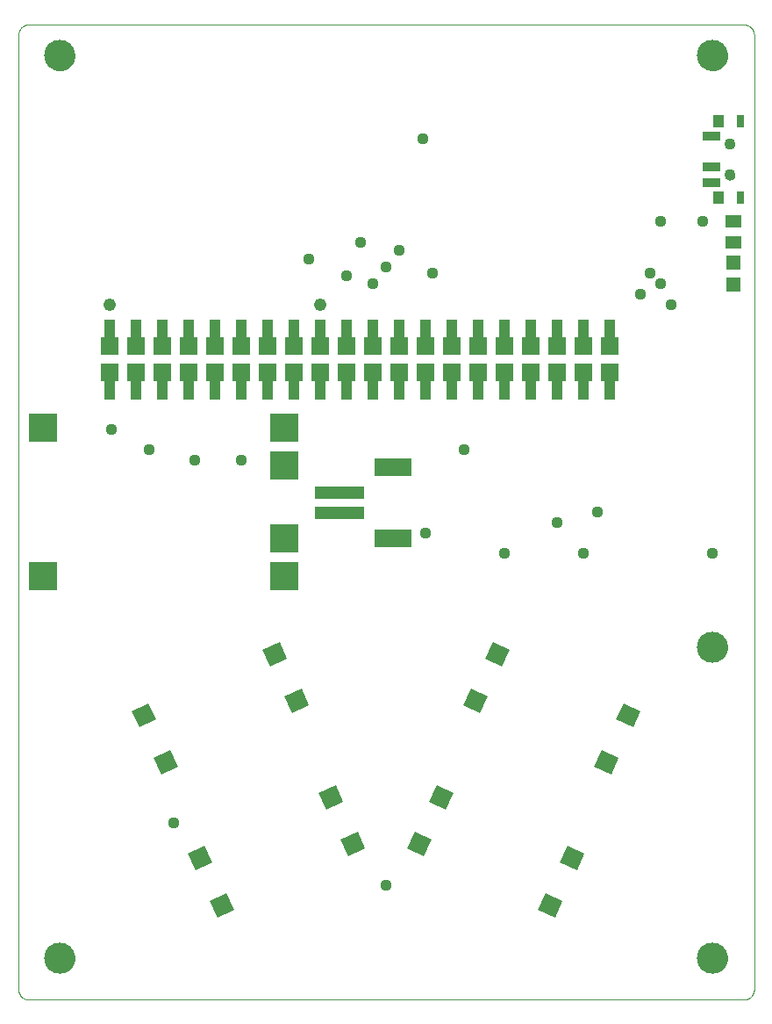
<source format=gbs>
G75*
%MOIN*%
%OFA0B0*%
%FSLAX25Y25*%
%IPPOS*%
%LPD*%
%AMOC8*
5,1,8,0,0,1.08239X$1,22.5*
%
%ADD10C,0.00000*%
%ADD11R,0.06800X0.06800*%
%ADD12R,0.04000X0.07800*%
%ADD13R,0.10800X0.10800*%
%ADD14R,0.07099X0.06902*%
%ADD15R,0.06312X0.05131*%
%ADD16R,0.05524X0.05524*%
%ADD17R,0.06706X0.03556*%
%ADD18R,0.03162X0.04737*%
%ADD19R,0.03950X0.04737*%
%ADD20C,0.04343*%
%ADD21C,0.11824*%
%ADD22R,0.18910X0.04737*%
%ADD23R,0.14186X0.07099*%
%ADD24C,0.04369*%
%ADD25C,0.04762*%
D10*
X0003248Y0005437D02*
X0003248Y0367642D01*
X0003250Y0367766D01*
X0003256Y0367889D01*
X0003265Y0368013D01*
X0003279Y0368135D01*
X0003296Y0368258D01*
X0003318Y0368380D01*
X0003343Y0368501D01*
X0003372Y0368621D01*
X0003404Y0368740D01*
X0003441Y0368859D01*
X0003481Y0368976D01*
X0003524Y0369091D01*
X0003572Y0369206D01*
X0003623Y0369318D01*
X0003677Y0369429D01*
X0003735Y0369539D01*
X0003796Y0369646D01*
X0003861Y0369752D01*
X0003929Y0369855D01*
X0004000Y0369956D01*
X0004074Y0370055D01*
X0004151Y0370152D01*
X0004232Y0370246D01*
X0004315Y0370337D01*
X0004401Y0370426D01*
X0004490Y0370512D01*
X0004581Y0370595D01*
X0004675Y0370676D01*
X0004772Y0370753D01*
X0004871Y0370827D01*
X0004972Y0370898D01*
X0005075Y0370966D01*
X0005181Y0371031D01*
X0005288Y0371092D01*
X0005398Y0371150D01*
X0005509Y0371204D01*
X0005621Y0371255D01*
X0005736Y0371303D01*
X0005851Y0371346D01*
X0005968Y0371386D01*
X0006087Y0371423D01*
X0006206Y0371455D01*
X0006326Y0371484D01*
X0006447Y0371509D01*
X0006569Y0371531D01*
X0006692Y0371548D01*
X0006814Y0371562D01*
X0006938Y0371571D01*
X0007061Y0371577D01*
X0007185Y0371579D01*
X0278839Y0371579D01*
X0278963Y0371577D01*
X0279086Y0371571D01*
X0279210Y0371562D01*
X0279332Y0371548D01*
X0279455Y0371531D01*
X0279577Y0371509D01*
X0279698Y0371484D01*
X0279818Y0371455D01*
X0279937Y0371423D01*
X0280056Y0371386D01*
X0280173Y0371346D01*
X0280288Y0371303D01*
X0280403Y0371255D01*
X0280515Y0371204D01*
X0280626Y0371150D01*
X0280736Y0371092D01*
X0280843Y0371031D01*
X0280949Y0370966D01*
X0281052Y0370898D01*
X0281153Y0370827D01*
X0281252Y0370753D01*
X0281349Y0370676D01*
X0281443Y0370595D01*
X0281534Y0370512D01*
X0281623Y0370426D01*
X0281709Y0370337D01*
X0281792Y0370246D01*
X0281873Y0370152D01*
X0281950Y0370055D01*
X0282024Y0369956D01*
X0282095Y0369855D01*
X0282163Y0369752D01*
X0282228Y0369646D01*
X0282289Y0369539D01*
X0282347Y0369429D01*
X0282401Y0369318D01*
X0282452Y0369206D01*
X0282500Y0369091D01*
X0282543Y0368976D01*
X0282583Y0368859D01*
X0282620Y0368740D01*
X0282652Y0368621D01*
X0282681Y0368501D01*
X0282706Y0368380D01*
X0282728Y0368258D01*
X0282745Y0368135D01*
X0282759Y0368013D01*
X0282768Y0367889D01*
X0282774Y0367766D01*
X0282776Y0367642D01*
X0282776Y0005437D01*
X0282774Y0005313D01*
X0282768Y0005190D01*
X0282759Y0005066D01*
X0282745Y0004944D01*
X0282728Y0004821D01*
X0282706Y0004699D01*
X0282681Y0004578D01*
X0282652Y0004458D01*
X0282620Y0004339D01*
X0282583Y0004220D01*
X0282543Y0004103D01*
X0282500Y0003988D01*
X0282452Y0003873D01*
X0282401Y0003761D01*
X0282347Y0003650D01*
X0282289Y0003540D01*
X0282228Y0003433D01*
X0282163Y0003327D01*
X0282095Y0003224D01*
X0282024Y0003123D01*
X0281950Y0003024D01*
X0281873Y0002927D01*
X0281792Y0002833D01*
X0281709Y0002742D01*
X0281623Y0002653D01*
X0281534Y0002567D01*
X0281443Y0002484D01*
X0281349Y0002403D01*
X0281252Y0002326D01*
X0281153Y0002252D01*
X0281052Y0002181D01*
X0280949Y0002113D01*
X0280843Y0002048D01*
X0280736Y0001987D01*
X0280626Y0001929D01*
X0280515Y0001875D01*
X0280403Y0001824D01*
X0280288Y0001776D01*
X0280173Y0001733D01*
X0280056Y0001693D01*
X0279937Y0001656D01*
X0279818Y0001624D01*
X0279698Y0001595D01*
X0279577Y0001570D01*
X0279455Y0001548D01*
X0279332Y0001531D01*
X0279210Y0001517D01*
X0279086Y0001508D01*
X0278963Y0001502D01*
X0278839Y0001500D01*
X0007185Y0001500D01*
X0007061Y0001502D01*
X0006938Y0001508D01*
X0006814Y0001517D01*
X0006692Y0001531D01*
X0006569Y0001548D01*
X0006447Y0001570D01*
X0006326Y0001595D01*
X0006206Y0001624D01*
X0006087Y0001656D01*
X0005968Y0001693D01*
X0005851Y0001733D01*
X0005736Y0001776D01*
X0005621Y0001824D01*
X0005509Y0001875D01*
X0005398Y0001929D01*
X0005288Y0001987D01*
X0005181Y0002048D01*
X0005075Y0002113D01*
X0004972Y0002181D01*
X0004871Y0002252D01*
X0004772Y0002326D01*
X0004675Y0002403D01*
X0004581Y0002484D01*
X0004490Y0002567D01*
X0004401Y0002653D01*
X0004315Y0002742D01*
X0004232Y0002833D01*
X0004151Y0002927D01*
X0004074Y0003024D01*
X0004000Y0003123D01*
X0003929Y0003224D01*
X0003861Y0003327D01*
X0003796Y0003433D01*
X0003735Y0003540D01*
X0003677Y0003650D01*
X0003623Y0003761D01*
X0003572Y0003873D01*
X0003524Y0003988D01*
X0003481Y0004103D01*
X0003441Y0004220D01*
X0003404Y0004339D01*
X0003372Y0004458D01*
X0003343Y0004578D01*
X0003318Y0004699D01*
X0003296Y0004821D01*
X0003279Y0004944D01*
X0003265Y0005066D01*
X0003256Y0005190D01*
X0003250Y0005313D01*
X0003248Y0005437D01*
X0013484Y0017248D02*
X0013486Y0017396D01*
X0013492Y0017544D01*
X0013502Y0017692D01*
X0013516Y0017839D01*
X0013534Y0017986D01*
X0013555Y0018132D01*
X0013581Y0018278D01*
X0013611Y0018423D01*
X0013644Y0018567D01*
X0013682Y0018710D01*
X0013723Y0018852D01*
X0013768Y0018993D01*
X0013816Y0019133D01*
X0013869Y0019272D01*
X0013925Y0019409D01*
X0013985Y0019544D01*
X0014048Y0019678D01*
X0014115Y0019810D01*
X0014186Y0019940D01*
X0014260Y0020068D01*
X0014337Y0020194D01*
X0014418Y0020318D01*
X0014502Y0020440D01*
X0014589Y0020559D01*
X0014680Y0020676D01*
X0014774Y0020791D01*
X0014870Y0020903D01*
X0014970Y0021013D01*
X0015072Y0021119D01*
X0015178Y0021223D01*
X0015286Y0021324D01*
X0015397Y0021422D01*
X0015510Y0021518D01*
X0015626Y0021610D01*
X0015744Y0021699D01*
X0015865Y0021784D01*
X0015988Y0021867D01*
X0016113Y0021946D01*
X0016240Y0022022D01*
X0016369Y0022094D01*
X0016500Y0022163D01*
X0016633Y0022228D01*
X0016768Y0022289D01*
X0016904Y0022347D01*
X0017041Y0022402D01*
X0017180Y0022452D01*
X0017321Y0022499D01*
X0017462Y0022542D01*
X0017605Y0022582D01*
X0017749Y0022617D01*
X0017893Y0022649D01*
X0018039Y0022676D01*
X0018185Y0022700D01*
X0018332Y0022720D01*
X0018479Y0022736D01*
X0018626Y0022748D01*
X0018774Y0022756D01*
X0018922Y0022760D01*
X0019070Y0022760D01*
X0019218Y0022756D01*
X0019366Y0022748D01*
X0019513Y0022736D01*
X0019660Y0022720D01*
X0019807Y0022700D01*
X0019953Y0022676D01*
X0020099Y0022649D01*
X0020243Y0022617D01*
X0020387Y0022582D01*
X0020530Y0022542D01*
X0020671Y0022499D01*
X0020812Y0022452D01*
X0020951Y0022402D01*
X0021088Y0022347D01*
X0021224Y0022289D01*
X0021359Y0022228D01*
X0021492Y0022163D01*
X0021623Y0022094D01*
X0021752Y0022022D01*
X0021879Y0021946D01*
X0022004Y0021867D01*
X0022127Y0021784D01*
X0022248Y0021699D01*
X0022366Y0021610D01*
X0022482Y0021518D01*
X0022595Y0021422D01*
X0022706Y0021324D01*
X0022814Y0021223D01*
X0022920Y0021119D01*
X0023022Y0021013D01*
X0023122Y0020903D01*
X0023218Y0020791D01*
X0023312Y0020676D01*
X0023403Y0020559D01*
X0023490Y0020440D01*
X0023574Y0020318D01*
X0023655Y0020194D01*
X0023732Y0020068D01*
X0023806Y0019940D01*
X0023877Y0019810D01*
X0023944Y0019678D01*
X0024007Y0019544D01*
X0024067Y0019409D01*
X0024123Y0019272D01*
X0024176Y0019133D01*
X0024224Y0018993D01*
X0024269Y0018852D01*
X0024310Y0018710D01*
X0024348Y0018567D01*
X0024381Y0018423D01*
X0024411Y0018278D01*
X0024437Y0018132D01*
X0024458Y0017986D01*
X0024476Y0017839D01*
X0024490Y0017692D01*
X0024500Y0017544D01*
X0024506Y0017396D01*
X0024508Y0017248D01*
X0024506Y0017100D01*
X0024500Y0016952D01*
X0024490Y0016804D01*
X0024476Y0016657D01*
X0024458Y0016510D01*
X0024437Y0016364D01*
X0024411Y0016218D01*
X0024381Y0016073D01*
X0024348Y0015929D01*
X0024310Y0015786D01*
X0024269Y0015644D01*
X0024224Y0015503D01*
X0024176Y0015363D01*
X0024123Y0015224D01*
X0024067Y0015087D01*
X0024007Y0014952D01*
X0023944Y0014818D01*
X0023877Y0014686D01*
X0023806Y0014556D01*
X0023732Y0014428D01*
X0023655Y0014302D01*
X0023574Y0014178D01*
X0023490Y0014056D01*
X0023403Y0013937D01*
X0023312Y0013820D01*
X0023218Y0013705D01*
X0023122Y0013593D01*
X0023022Y0013483D01*
X0022920Y0013377D01*
X0022814Y0013273D01*
X0022706Y0013172D01*
X0022595Y0013074D01*
X0022482Y0012978D01*
X0022366Y0012886D01*
X0022248Y0012797D01*
X0022127Y0012712D01*
X0022004Y0012629D01*
X0021879Y0012550D01*
X0021752Y0012474D01*
X0021623Y0012402D01*
X0021492Y0012333D01*
X0021359Y0012268D01*
X0021224Y0012207D01*
X0021088Y0012149D01*
X0020951Y0012094D01*
X0020812Y0012044D01*
X0020671Y0011997D01*
X0020530Y0011954D01*
X0020387Y0011914D01*
X0020243Y0011879D01*
X0020099Y0011847D01*
X0019953Y0011820D01*
X0019807Y0011796D01*
X0019660Y0011776D01*
X0019513Y0011760D01*
X0019366Y0011748D01*
X0019218Y0011740D01*
X0019070Y0011736D01*
X0018922Y0011736D01*
X0018774Y0011740D01*
X0018626Y0011748D01*
X0018479Y0011760D01*
X0018332Y0011776D01*
X0018185Y0011796D01*
X0018039Y0011820D01*
X0017893Y0011847D01*
X0017749Y0011879D01*
X0017605Y0011914D01*
X0017462Y0011954D01*
X0017321Y0011997D01*
X0017180Y0012044D01*
X0017041Y0012094D01*
X0016904Y0012149D01*
X0016768Y0012207D01*
X0016633Y0012268D01*
X0016500Y0012333D01*
X0016369Y0012402D01*
X0016240Y0012474D01*
X0016113Y0012550D01*
X0015988Y0012629D01*
X0015865Y0012712D01*
X0015744Y0012797D01*
X0015626Y0012886D01*
X0015510Y0012978D01*
X0015397Y0013074D01*
X0015286Y0013172D01*
X0015178Y0013273D01*
X0015072Y0013377D01*
X0014970Y0013483D01*
X0014870Y0013593D01*
X0014774Y0013705D01*
X0014680Y0013820D01*
X0014589Y0013937D01*
X0014502Y0014056D01*
X0014418Y0014178D01*
X0014337Y0014302D01*
X0014260Y0014428D01*
X0014186Y0014556D01*
X0014115Y0014686D01*
X0014048Y0014818D01*
X0013985Y0014952D01*
X0013925Y0015087D01*
X0013869Y0015224D01*
X0013816Y0015363D01*
X0013768Y0015503D01*
X0013723Y0015644D01*
X0013682Y0015786D01*
X0013644Y0015929D01*
X0013611Y0016073D01*
X0013581Y0016218D01*
X0013555Y0016364D01*
X0013534Y0016510D01*
X0013516Y0016657D01*
X0013502Y0016804D01*
X0013492Y0016952D01*
X0013486Y0017100D01*
X0013484Y0017248D01*
X0261516Y0017248D02*
X0261518Y0017396D01*
X0261524Y0017544D01*
X0261534Y0017692D01*
X0261548Y0017839D01*
X0261566Y0017986D01*
X0261587Y0018132D01*
X0261613Y0018278D01*
X0261643Y0018423D01*
X0261676Y0018567D01*
X0261714Y0018710D01*
X0261755Y0018852D01*
X0261800Y0018993D01*
X0261848Y0019133D01*
X0261901Y0019272D01*
X0261957Y0019409D01*
X0262017Y0019544D01*
X0262080Y0019678D01*
X0262147Y0019810D01*
X0262218Y0019940D01*
X0262292Y0020068D01*
X0262369Y0020194D01*
X0262450Y0020318D01*
X0262534Y0020440D01*
X0262621Y0020559D01*
X0262712Y0020676D01*
X0262806Y0020791D01*
X0262902Y0020903D01*
X0263002Y0021013D01*
X0263104Y0021119D01*
X0263210Y0021223D01*
X0263318Y0021324D01*
X0263429Y0021422D01*
X0263542Y0021518D01*
X0263658Y0021610D01*
X0263776Y0021699D01*
X0263897Y0021784D01*
X0264020Y0021867D01*
X0264145Y0021946D01*
X0264272Y0022022D01*
X0264401Y0022094D01*
X0264532Y0022163D01*
X0264665Y0022228D01*
X0264800Y0022289D01*
X0264936Y0022347D01*
X0265073Y0022402D01*
X0265212Y0022452D01*
X0265353Y0022499D01*
X0265494Y0022542D01*
X0265637Y0022582D01*
X0265781Y0022617D01*
X0265925Y0022649D01*
X0266071Y0022676D01*
X0266217Y0022700D01*
X0266364Y0022720D01*
X0266511Y0022736D01*
X0266658Y0022748D01*
X0266806Y0022756D01*
X0266954Y0022760D01*
X0267102Y0022760D01*
X0267250Y0022756D01*
X0267398Y0022748D01*
X0267545Y0022736D01*
X0267692Y0022720D01*
X0267839Y0022700D01*
X0267985Y0022676D01*
X0268131Y0022649D01*
X0268275Y0022617D01*
X0268419Y0022582D01*
X0268562Y0022542D01*
X0268703Y0022499D01*
X0268844Y0022452D01*
X0268983Y0022402D01*
X0269120Y0022347D01*
X0269256Y0022289D01*
X0269391Y0022228D01*
X0269524Y0022163D01*
X0269655Y0022094D01*
X0269784Y0022022D01*
X0269911Y0021946D01*
X0270036Y0021867D01*
X0270159Y0021784D01*
X0270280Y0021699D01*
X0270398Y0021610D01*
X0270514Y0021518D01*
X0270627Y0021422D01*
X0270738Y0021324D01*
X0270846Y0021223D01*
X0270952Y0021119D01*
X0271054Y0021013D01*
X0271154Y0020903D01*
X0271250Y0020791D01*
X0271344Y0020676D01*
X0271435Y0020559D01*
X0271522Y0020440D01*
X0271606Y0020318D01*
X0271687Y0020194D01*
X0271764Y0020068D01*
X0271838Y0019940D01*
X0271909Y0019810D01*
X0271976Y0019678D01*
X0272039Y0019544D01*
X0272099Y0019409D01*
X0272155Y0019272D01*
X0272208Y0019133D01*
X0272256Y0018993D01*
X0272301Y0018852D01*
X0272342Y0018710D01*
X0272380Y0018567D01*
X0272413Y0018423D01*
X0272443Y0018278D01*
X0272469Y0018132D01*
X0272490Y0017986D01*
X0272508Y0017839D01*
X0272522Y0017692D01*
X0272532Y0017544D01*
X0272538Y0017396D01*
X0272540Y0017248D01*
X0272538Y0017100D01*
X0272532Y0016952D01*
X0272522Y0016804D01*
X0272508Y0016657D01*
X0272490Y0016510D01*
X0272469Y0016364D01*
X0272443Y0016218D01*
X0272413Y0016073D01*
X0272380Y0015929D01*
X0272342Y0015786D01*
X0272301Y0015644D01*
X0272256Y0015503D01*
X0272208Y0015363D01*
X0272155Y0015224D01*
X0272099Y0015087D01*
X0272039Y0014952D01*
X0271976Y0014818D01*
X0271909Y0014686D01*
X0271838Y0014556D01*
X0271764Y0014428D01*
X0271687Y0014302D01*
X0271606Y0014178D01*
X0271522Y0014056D01*
X0271435Y0013937D01*
X0271344Y0013820D01*
X0271250Y0013705D01*
X0271154Y0013593D01*
X0271054Y0013483D01*
X0270952Y0013377D01*
X0270846Y0013273D01*
X0270738Y0013172D01*
X0270627Y0013074D01*
X0270514Y0012978D01*
X0270398Y0012886D01*
X0270280Y0012797D01*
X0270159Y0012712D01*
X0270036Y0012629D01*
X0269911Y0012550D01*
X0269784Y0012474D01*
X0269655Y0012402D01*
X0269524Y0012333D01*
X0269391Y0012268D01*
X0269256Y0012207D01*
X0269120Y0012149D01*
X0268983Y0012094D01*
X0268844Y0012044D01*
X0268703Y0011997D01*
X0268562Y0011954D01*
X0268419Y0011914D01*
X0268275Y0011879D01*
X0268131Y0011847D01*
X0267985Y0011820D01*
X0267839Y0011796D01*
X0267692Y0011776D01*
X0267545Y0011760D01*
X0267398Y0011748D01*
X0267250Y0011740D01*
X0267102Y0011736D01*
X0266954Y0011736D01*
X0266806Y0011740D01*
X0266658Y0011748D01*
X0266511Y0011760D01*
X0266364Y0011776D01*
X0266217Y0011796D01*
X0266071Y0011820D01*
X0265925Y0011847D01*
X0265781Y0011879D01*
X0265637Y0011914D01*
X0265494Y0011954D01*
X0265353Y0011997D01*
X0265212Y0012044D01*
X0265073Y0012094D01*
X0264936Y0012149D01*
X0264800Y0012207D01*
X0264665Y0012268D01*
X0264532Y0012333D01*
X0264401Y0012402D01*
X0264272Y0012474D01*
X0264145Y0012550D01*
X0264020Y0012629D01*
X0263897Y0012712D01*
X0263776Y0012797D01*
X0263658Y0012886D01*
X0263542Y0012978D01*
X0263429Y0013074D01*
X0263318Y0013172D01*
X0263210Y0013273D01*
X0263104Y0013377D01*
X0263002Y0013483D01*
X0262902Y0013593D01*
X0262806Y0013705D01*
X0262712Y0013820D01*
X0262621Y0013937D01*
X0262534Y0014056D01*
X0262450Y0014178D01*
X0262369Y0014302D01*
X0262292Y0014428D01*
X0262218Y0014556D01*
X0262147Y0014686D01*
X0262080Y0014818D01*
X0262017Y0014952D01*
X0261957Y0015087D01*
X0261901Y0015224D01*
X0261848Y0015363D01*
X0261800Y0015503D01*
X0261755Y0015644D01*
X0261714Y0015786D01*
X0261676Y0015929D01*
X0261643Y0016073D01*
X0261613Y0016218D01*
X0261587Y0016364D01*
X0261566Y0016510D01*
X0261548Y0016657D01*
X0261534Y0016804D01*
X0261524Y0016952D01*
X0261518Y0017100D01*
X0261516Y0017248D01*
X0261516Y0135358D02*
X0261518Y0135506D01*
X0261524Y0135654D01*
X0261534Y0135802D01*
X0261548Y0135949D01*
X0261566Y0136096D01*
X0261587Y0136242D01*
X0261613Y0136388D01*
X0261643Y0136533D01*
X0261676Y0136677D01*
X0261714Y0136820D01*
X0261755Y0136962D01*
X0261800Y0137103D01*
X0261848Y0137243D01*
X0261901Y0137382D01*
X0261957Y0137519D01*
X0262017Y0137654D01*
X0262080Y0137788D01*
X0262147Y0137920D01*
X0262218Y0138050D01*
X0262292Y0138178D01*
X0262369Y0138304D01*
X0262450Y0138428D01*
X0262534Y0138550D01*
X0262621Y0138669D01*
X0262712Y0138786D01*
X0262806Y0138901D01*
X0262902Y0139013D01*
X0263002Y0139123D01*
X0263104Y0139229D01*
X0263210Y0139333D01*
X0263318Y0139434D01*
X0263429Y0139532D01*
X0263542Y0139628D01*
X0263658Y0139720D01*
X0263776Y0139809D01*
X0263897Y0139894D01*
X0264020Y0139977D01*
X0264145Y0140056D01*
X0264272Y0140132D01*
X0264401Y0140204D01*
X0264532Y0140273D01*
X0264665Y0140338D01*
X0264800Y0140399D01*
X0264936Y0140457D01*
X0265073Y0140512D01*
X0265212Y0140562D01*
X0265353Y0140609D01*
X0265494Y0140652D01*
X0265637Y0140692D01*
X0265781Y0140727D01*
X0265925Y0140759D01*
X0266071Y0140786D01*
X0266217Y0140810D01*
X0266364Y0140830D01*
X0266511Y0140846D01*
X0266658Y0140858D01*
X0266806Y0140866D01*
X0266954Y0140870D01*
X0267102Y0140870D01*
X0267250Y0140866D01*
X0267398Y0140858D01*
X0267545Y0140846D01*
X0267692Y0140830D01*
X0267839Y0140810D01*
X0267985Y0140786D01*
X0268131Y0140759D01*
X0268275Y0140727D01*
X0268419Y0140692D01*
X0268562Y0140652D01*
X0268703Y0140609D01*
X0268844Y0140562D01*
X0268983Y0140512D01*
X0269120Y0140457D01*
X0269256Y0140399D01*
X0269391Y0140338D01*
X0269524Y0140273D01*
X0269655Y0140204D01*
X0269784Y0140132D01*
X0269911Y0140056D01*
X0270036Y0139977D01*
X0270159Y0139894D01*
X0270280Y0139809D01*
X0270398Y0139720D01*
X0270514Y0139628D01*
X0270627Y0139532D01*
X0270738Y0139434D01*
X0270846Y0139333D01*
X0270952Y0139229D01*
X0271054Y0139123D01*
X0271154Y0139013D01*
X0271250Y0138901D01*
X0271344Y0138786D01*
X0271435Y0138669D01*
X0271522Y0138550D01*
X0271606Y0138428D01*
X0271687Y0138304D01*
X0271764Y0138178D01*
X0271838Y0138050D01*
X0271909Y0137920D01*
X0271976Y0137788D01*
X0272039Y0137654D01*
X0272099Y0137519D01*
X0272155Y0137382D01*
X0272208Y0137243D01*
X0272256Y0137103D01*
X0272301Y0136962D01*
X0272342Y0136820D01*
X0272380Y0136677D01*
X0272413Y0136533D01*
X0272443Y0136388D01*
X0272469Y0136242D01*
X0272490Y0136096D01*
X0272508Y0135949D01*
X0272522Y0135802D01*
X0272532Y0135654D01*
X0272538Y0135506D01*
X0272540Y0135358D01*
X0272538Y0135210D01*
X0272532Y0135062D01*
X0272522Y0134914D01*
X0272508Y0134767D01*
X0272490Y0134620D01*
X0272469Y0134474D01*
X0272443Y0134328D01*
X0272413Y0134183D01*
X0272380Y0134039D01*
X0272342Y0133896D01*
X0272301Y0133754D01*
X0272256Y0133613D01*
X0272208Y0133473D01*
X0272155Y0133334D01*
X0272099Y0133197D01*
X0272039Y0133062D01*
X0271976Y0132928D01*
X0271909Y0132796D01*
X0271838Y0132666D01*
X0271764Y0132538D01*
X0271687Y0132412D01*
X0271606Y0132288D01*
X0271522Y0132166D01*
X0271435Y0132047D01*
X0271344Y0131930D01*
X0271250Y0131815D01*
X0271154Y0131703D01*
X0271054Y0131593D01*
X0270952Y0131487D01*
X0270846Y0131383D01*
X0270738Y0131282D01*
X0270627Y0131184D01*
X0270514Y0131088D01*
X0270398Y0130996D01*
X0270280Y0130907D01*
X0270159Y0130822D01*
X0270036Y0130739D01*
X0269911Y0130660D01*
X0269784Y0130584D01*
X0269655Y0130512D01*
X0269524Y0130443D01*
X0269391Y0130378D01*
X0269256Y0130317D01*
X0269120Y0130259D01*
X0268983Y0130204D01*
X0268844Y0130154D01*
X0268703Y0130107D01*
X0268562Y0130064D01*
X0268419Y0130024D01*
X0268275Y0129989D01*
X0268131Y0129957D01*
X0267985Y0129930D01*
X0267839Y0129906D01*
X0267692Y0129886D01*
X0267545Y0129870D01*
X0267398Y0129858D01*
X0267250Y0129850D01*
X0267102Y0129846D01*
X0266954Y0129846D01*
X0266806Y0129850D01*
X0266658Y0129858D01*
X0266511Y0129870D01*
X0266364Y0129886D01*
X0266217Y0129906D01*
X0266071Y0129930D01*
X0265925Y0129957D01*
X0265781Y0129989D01*
X0265637Y0130024D01*
X0265494Y0130064D01*
X0265353Y0130107D01*
X0265212Y0130154D01*
X0265073Y0130204D01*
X0264936Y0130259D01*
X0264800Y0130317D01*
X0264665Y0130378D01*
X0264532Y0130443D01*
X0264401Y0130512D01*
X0264272Y0130584D01*
X0264145Y0130660D01*
X0264020Y0130739D01*
X0263897Y0130822D01*
X0263776Y0130907D01*
X0263658Y0130996D01*
X0263542Y0131088D01*
X0263429Y0131184D01*
X0263318Y0131282D01*
X0263210Y0131383D01*
X0263104Y0131487D01*
X0263002Y0131593D01*
X0262902Y0131703D01*
X0262806Y0131815D01*
X0262712Y0131930D01*
X0262621Y0132047D01*
X0262534Y0132166D01*
X0262450Y0132288D01*
X0262369Y0132412D01*
X0262292Y0132538D01*
X0262218Y0132666D01*
X0262147Y0132796D01*
X0262080Y0132928D01*
X0262017Y0133062D01*
X0261957Y0133197D01*
X0261901Y0133334D01*
X0261848Y0133473D01*
X0261800Y0133613D01*
X0261755Y0133754D01*
X0261714Y0133896D01*
X0261676Y0134039D01*
X0261643Y0134183D01*
X0261613Y0134328D01*
X0261587Y0134474D01*
X0261566Y0134620D01*
X0261548Y0134767D01*
X0261534Y0134914D01*
X0261524Y0135062D01*
X0261518Y0135210D01*
X0261516Y0135358D01*
X0271752Y0314492D02*
X0271754Y0314576D01*
X0271760Y0314659D01*
X0271770Y0314742D01*
X0271784Y0314825D01*
X0271801Y0314907D01*
X0271823Y0314988D01*
X0271848Y0315067D01*
X0271877Y0315146D01*
X0271910Y0315223D01*
X0271946Y0315298D01*
X0271986Y0315372D01*
X0272029Y0315444D01*
X0272076Y0315513D01*
X0272126Y0315580D01*
X0272179Y0315645D01*
X0272235Y0315707D01*
X0272293Y0315767D01*
X0272355Y0315824D01*
X0272419Y0315877D01*
X0272486Y0315928D01*
X0272555Y0315975D01*
X0272626Y0316020D01*
X0272699Y0316060D01*
X0272774Y0316097D01*
X0272851Y0316131D01*
X0272929Y0316161D01*
X0273008Y0316187D01*
X0273089Y0316210D01*
X0273171Y0316228D01*
X0273253Y0316243D01*
X0273336Y0316254D01*
X0273419Y0316261D01*
X0273503Y0316264D01*
X0273587Y0316263D01*
X0273670Y0316258D01*
X0273754Y0316249D01*
X0273836Y0316236D01*
X0273918Y0316220D01*
X0273999Y0316199D01*
X0274080Y0316175D01*
X0274158Y0316147D01*
X0274236Y0316115D01*
X0274312Y0316079D01*
X0274386Y0316040D01*
X0274458Y0315998D01*
X0274528Y0315952D01*
X0274596Y0315903D01*
X0274661Y0315851D01*
X0274724Y0315796D01*
X0274784Y0315738D01*
X0274842Y0315677D01*
X0274896Y0315613D01*
X0274948Y0315547D01*
X0274996Y0315479D01*
X0275041Y0315408D01*
X0275082Y0315335D01*
X0275121Y0315261D01*
X0275155Y0315185D01*
X0275186Y0315107D01*
X0275213Y0315028D01*
X0275237Y0314947D01*
X0275256Y0314866D01*
X0275272Y0314784D01*
X0275284Y0314701D01*
X0275292Y0314617D01*
X0275296Y0314534D01*
X0275296Y0314450D01*
X0275292Y0314367D01*
X0275284Y0314283D01*
X0275272Y0314200D01*
X0275256Y0314118D01*
X0275237Y0314037D01*
X0275213Y0313956D01*
X0275186Y0313877D01*
X0275155Y0313799D01*
X0275121Y0313723D01*
X0275082Y0313649D01*
X0275041Y0313576D01*
X0274996Y0313505D01*
X0274948Y0313437D01*
X0274896Y0313371D01*
X0274842Y0313307D01*
X0274784Y0313246D01*
X0274724Y0313188D01*
X0274661Y0313133D01*
X0274596Y0313081D01*
X0274528Y0313032D01*
X0274458Y0312986D01*
X0274386Y0312944D01*
X0274312Y0312905D01*
X0274236Y0312869D01*
X0274158Y0312837D01*
X0274080Y0312809D01*
X0273999Y0312785D01*
X0273918Y0312764D01*
X0273836Y0312748D01*
X0273754Y0312735D01*
X0273670Y0312726D01*
X0273587Y0312721D01*
X0273503Y0312720D01*
X0273419Y0312723D01*
X0273336Y0312730D01*
X0273253Y0312741D01*
X0273171Y0312756D01*
X0273089Y0312774D01*
X0273008Y0312797D01*
X0272929Y0312823D01*
X0272851Y0312853D01*
X0272774Y0312887D01*
X0272699Y0312924D01*
X0272626Y0312964D01*
X0272555Y0313009D01*
X0272486Y0313056D01*
X0272419Y0313107D01*
X0272355Y0313160D01*
X0272293Y0313217D01*
X0272235Y0313277D01*
X0272179Y0313339D01*
X0272126Y0313404D01*
X0272076Y0313471D01*
X0272029Y0313540D01*
X0271986Y0313612D01*
X0271946Y0313686D01*
X0271910Y0313761D01*
X0271877Y0313838D01*
X0271848Y0313917D01*
X0271823Y0313996D01*
X0271801Y0314077D01*
X0271784Y0314159D01*
X0271770Y0314242D01*
X0271760Y0314325D01*
X0271754Y0314408D01*
X0271752Y0314492D01*
X0271752Y0326303D02*
X0271754Y0326387D01*
X0271760Y0326470D01*
X0271770Y0326553D01*
X0271784Y0326636D01*
X0271801Y0326718D01*
X0271823Y0326799D01*
X0271848Y0326878D01*
X0271877Y0326957D01*
X0271910Y0327034D01*
X0271946Y0327109D01*
X0271986Y0327183D01*
X0272029Y0327255D01*
X0272076Y0327324D01*
X0272126Y0327391D01*
X0272179Y0327456D01*
X0272235Y0327518D01*
X0272293Y0327578D01*
X0272355Y0327635D01*
X0272419Y0327688D01*
X0272486Y0327739D01*
X0272555Y0327786D01*
X0272626Y0327831D01*
X0272699Y0327871D01*
X0272774Y0327908D01*
X0272851Y0327942D01*
X0272929Y0327972D01*
X0273008Y0327998D01*
X0273089Y0328021D01*
X0273171Y0328039D01*
X0273253Y0328054D01*
X0273336Y0328065D01*
X0273419Y0328072D01*
X0273503Y0328075D01*
X0273587Y0328074D01*
X0273670Y0328069D01*
X0273754Y0328060D01*
X0273836Y0328047D01*
X0273918Y0328031D01*
X0273999Y0328010D01*
X0274080Y0327986D01*
X0274158Y0327958D01*
X0274236Y0327926D01*
X0274312Y0327890D01*
X0274386Y0327851D01*
X0274458Y0327809D01*
X0274528Y0327763D01*
X0274596Y0327714D01*
X0274661Y0327662D01*
X0274724Y0327607D01*
X0274784Y0327549D01*
X0274842Y0327488D01*
X0274896Y0327424D01*
X0274948Y0327358D01*
X0274996Y0327290D01*
X0275041Y0327219D01*
X0275082Y0327146D01*
X0275121Y0327072D01*
X0275155Y0326996D01*
X0275186Y0326918D01*
X0275213Y0326839D01*
X0275237Y0326758D01*
X0275256Y0326677D01*
X0275272Y0326595D01*
X0275284Y0326512D01*
X0275292Y0326428D01*
X0275296Y0326345D01*
X0275296Y0326261D01*
X0275292Y0326178D01*
X0275284Y0326094D01*
X0275272Y0326011D01*
X0275256Y0325929D01*
X0275237Y0325848D01*
X0275213Y0325767D01*
X0275186Y0325688D01*
X0275155Y0325610D01*
X0275121Y0325534D01*
X0275082Y0325460D01*
X0275041Y0325387D01*
X0274996Y0325316D01*
X0274948Y0325248D01*
X0274896Y0325182D01*
X0274842Y0325118D01*
X0274784Y0325057D01*
X0274724Y0324999D01*
X0274661Y0324944D01*
X0274596Y0324892D01*
X0274528Y0324843D01*
X0274458Y0324797D01*
X0274386Y0324755D01*
X0274312Y0324716D01*
X0274236Y0324680D01*
X0274158Y0324648D01*
X0274080Y0324620D01*
X0273999Y0324596D01*
X0273918Y0324575D01*
X0273836Y0324559D01*
X0273754Y0324546D01*
X0273670Y0324537D01*
X0273587Y0324532D01*
X0273503Y0324531D01*
X0273419Y0324534D01*
X0273336Y0324541D01*
X0273253Y0324552D01*
X0273171Y0324567D01*
X0273089Y0324585D01*
X0273008Y0324608D01*
X0272929Y0324634D01*
X0272851Y0324664D01*
X0272774Y0324698D01*
X0272699Y0324735D01*
X0272626Y0324775D01*
X0272555Y0324820D01*
X0272486Y0324867D01*
X0272419Y0324918D01*
X0272355Y0324971D01*
X0272293Y0325028D01*
X0272235Y0325088D01*
X0272179Y0325150D01*
X0272126Y0325215D01*
X0272076Y0325282D01*
X0272029Y0325351D01*
X0271986Y0325423D01*
X0271946Y0325497D01*
X0271910Y0325572D01*
X0271877Y0325649D01*
X0271848Y0325728D01*
X0271823Y0325807D01*
X0271801Y0325888D01*
X0271784Y0325970D01*
X0271770Y0326053D01*
X0271760Y0326136D01*
X0271754Y0326219D01*
X0271752Y0326303D01*
X0261516Y0359768D02*
X0261518Y0359916D01*
X0261524Y0360064D01*
X0261534Y0360212D01*
X0261548Y0360359D01*
X0261566Y0360506D01*
X0261587Y0360652D01*
X0261613Y0360798D01*
X0261643Y0360943D01*
X0261676Y0361087D01*
X0261714Y0361230D01*
X0261755Y0361372D01*
X0261800Y0361513D01*
X0261848Y0361653D01*
X0261901Y0361792D01*
X0261957Y0361929D01*
X0262017Y0362064D01*
X0262080Y0362198D01*
X0262147Y0362330D01*
X0262218Y0362460D01*
X0262292Y0362588D01*
X0262369Y0362714D01*
X0262450Y0362838D01*
X0262534Y0362960D01*
X0262621Y0363079D01*
X0262712Y0363196D01*
X0262806Y0363311D01*
X0262902Y0363423D01*
X0263002Y0363533D01*
X0263104Y0363639D01*
X0263210Y0363743D01*
X0263318Y0363844D01*
X0263429Y0363942D01*
X0263542Y0364038D01*
X0263658Y0364130D01*
X0263776Y0364219D01*
X0263897Y0364304D01*
X0264020Y0364387D01*
X0264145Y0364466D01*
X0264272Y0364542D01*
X0264401Y0364614D01*
X0264532Y0364683D01*
X0264665Y0364748D01*
X0264800Y0364809D01*
X0264936Y0364867D01*
X0265073Y0364922D01*
X0265212Y0364972D01*
X0265353Y0365019D01*
X0265494Y0365062D01*
X0265637Y0365102D01*
X0265781Y0365137D01*
X0265925Y0365169D01*
X0266071Y0365196D01*
X0266217Y0365220D01*
X0266364Y0365240D01*
X0266511Y0365256D01*
X0266658Y0365268D01*
X0266806Y0365276D01*
X0266954Y0365280D01*
X0267102Y0365280D01*
X0267250Y0365276D01*
X0267398Y0365268D01*
X0267545Y0365256D01*
X0267692Y0365240D01*
X0267839Y0365220D01*
X0267985Y0365196D01*
X0268131Y0365169D01*
X0268275Y0365137D01*
X0268419Y0365102D01*
X0268562Y0365062D01*
X0268703Y0365019D01*
X0268844Y0364972D01*
X0268983Y0364922D01*
X0269120Y0364867D01*
X0269256Y0364809D01*
X0269391Y0364748D01*
X0269524Y0364683D01*
X0269655Y0364614D01*
X0269784Y0364542D01*
X0269911Y0364466D01*
X0270036Y0364387D01*
X0270159Y0364304D01*
X0270280Y0364219D01*
X0270398Y0364130D01*
X0270514Y0364038D01*
X0270627Y0363942D01*
X0270738Y0363844D01*
X0270846Y0363743D01*
X0270952Y0363639D01*
X0271054Y0363533D01*
X0271154Y0363423D01*
X0271250Y0363311D01*
X0271344Y0363196D01*
X0271435Y0363079D01*
X0271522Y0362960D01*
X0271606Y0362838D01*
X0271687Y0362714D01*
X0271764Y0362588D01*
X0271838Y0362460D01*
X0271909Y0362330D01*
X0271976Y0362198D01*
X0272039Y0362064D01*
X0272099Y0361929D01*
X0272155Y0361792D01*
X0272208Y0361653D01*
X0272256Y0361513D01*
X0272301Y0361372D01*
X0272342Y0361230D01*
X0272380Y0361087D01*
X0272413Y0360943D01*
X0272443Y0360798D01*
X0272469Y0360652D01*
X0272490Y0360506D01*
X0272508Y0360359D01*
X0272522Y0360212D01*
X0272532Y0360064D01*
X0272538Y0359916D01*
X0272540Y0359768D01*
X0272538Y0359620D01*
X0272532Y0359472D01*
X0272522Y0359324D01*
X0272508Y0359177D01*
X0272490Y0359030D01*
X0272469Y0358884D01*
X0272443Y0358738D01*
X0272413Y0358593D01*
X0272380Y0358449D01*
X0272342Y0358306D01*
X0272301Y0358164D01*
X0272256Y0358023D01*
X0272208Y0357883D01*
X0272155Y0357744D01*
X0272099Y0357607D01*
X0272039Y0357472D01*
X0271976Y0357338D01*
X0271909Y0357206D01*
X0271838Y0357076D01*
X0271764Y0356948D01*
X0271687Y0356822D01*
X0271606Y0356698D01*
X0271522Y0356576D01*
X0271435Y0356457D01*
X0271344Y0356340D01*
X0271250Y0356225D01*
X0271154Y0356113D01*
X0271054Y0356003D01*
X0270952Y0355897D01*
X0270846Y0355793D01*
X0270738Y0355692D01*
X0270627Y0355594D01*
X0270514Y0355498D01*
X0270398Y0355406D01*
X0270280Y0355317D01*
X0270159Y0355232D01*
X0270036Y0355149D01*
X0269911Y0355070D01*
X0269784Y0354994D01*
X0269655Y0354922D01*
X0269524Y0354853D01*
X0269391Y0354788D01*
X0269256Y0354727D01*
X0269120Y0354669D01*
X0268983Y0354614D01*
X0268844Y0354564D01*
X0268703Y0354517D01*
X0268562Y0354474D01*
X0268419Y0354434D01*
X0268275Y0354399D01*
X0268131Y0354367D01*
X0267985Y0354340D01*
X0267839Y0354316D01*
X0267692Y0354296D01*
X0267545Y0354280D01*
X0267398Y0354268D01*
X0267250Y0354260D01*
X0267102Y0354256D01*
X0266954Y0354256D01*
X0266806Y0354260D01*
X0266658Y0354268D01*
X0266511Y0354280D01*
X0266364Y0354296D01*
X0266217Y0354316D01*
X0266071Y0354340D01*
X0265925Y0354367D01*
X0265781Y0354399D01*
X0265637Y0354434D01*
X0265494Y0354474D01*
X0265353Y0354517D01*
X0265212Y0354564D01*
X0265073Y0354614D01*
X0264936Y0354669D01*
X0264800Y0354727D01*
X0264665Y0354788D01*
X0264532Y0354853D01*
X0264401Y0354922D01*
X0264272Y0354994D01*
X0264145Y0355070D01*
X0264020Y0355149D01*
X0263897Y0355232D01*
X0263776Y0355317D01*
X0263658Y0355406D01*
X0263542Y0355498D01*
X0263429Y0355594D01*
X0263318Y0355692D01*
X0263210Y0355793D01*
X0263104Y0355897D01*
X0263002Y0356003D01*
X0262902Y0356113D01*
X0262806Y0356225D01*
X0262712Y0356340D01*
X0262621Y0356457D01*
X0262534Y0356576D01*
X0262450Y0356698D01*
X0262369Y0356822D01*
X0262292Y0356948D01*
X0262218Y0357076D01*
X0262147Y0357206D01*
X0262080Y0357338D01*
X0262017Y0357472D01*
X0261957Y0357607D01*
X0261901Y0357744D01*
X0261848Y0357883D01*
X0261800Y0358023D01*
X0261755Y0358164D01*
X0261714Y0358306D01*
X0261676Y0358449D01*
X0261643Y0358593D01*
X0261613Y0358738D01*
X0261587Y0358884D01*
X0261566Y0359030D01*
X0261548Y0359177D01*
X0261534Y0359324D01*
X0261524Y0359472D01*
X0261518Y0359620D01*
X0261516Y0359768D01*
X0013484Y0359768D02*
X0013486Y0359916D01*
X0013492Y0360064D01*
X0013502Y0360212D01*
X0013516Y0360359D01*
X0013534Y0360506D01*
X0013555Y0360652D01*
X0013581Y0360798D01*
X0013611Y0360943D01*
X0013644Y0361087D01*
X0013682Y0361230D01*
X0013723Y0361372D01*
X0013768Y0361513D01*
X0013816Y0361653D01*
X0013869Y0361792D01*
X0013925Y0361929D01*
X0013985Y0362064D01*
X0014048Y0362198D01*
X0014115Y0362330D01*
X0014186Y0362460D01*
X0014260Y0362588D01*
X0014337Y0362714D01*
X0014418Y0362838D01*
X0014502Y0362960D01*
X0014589Y0363079D01*
X0014680Y0363196D01*
X0014774Y0363311D01*
X0014870Y0363423D01*
X0014970Y0363533D01*
X0015072Y0363639D01*
X0015178Y0363743D01*
X0015286Y0363844D01*
X0015397Y0363942D01*
X0015510Y0364038D01*
X0015626Y0364130D01*
X0015744Y0364219D01*
X0015865Y0364304D01*
X0015988Y0364387D01*
X0016113Y0364466D01*
X0016240Y0364542D01*
X0016369Y0364614D01*
X0016500Y0364683D01*
X0016633Y0364748D01*
X0016768Y0364809D01*
X0016904Y0364867D01*
X0017041Y0364922D01*
X0017180Y0364972D01*
X0017321Y0365019D01*
X0017462Y0365062D01*
X0017605Y0365102D01*
X0017749Y0365137D01*
X0017893Y0365169D01*
X0018039Y0365196D01*
X0018185Y0365220D01*
X0018332Y0365240D01*
X0018479Y0365256D01*
X0018626Y0365268D01*
X0018774Y0365276D01*
X0018922Y0365280D01*
X0019070Y0365280D01*
X0019218Y0365276D01*
X0019366Y0365268D01*
X0019513Y0365256D01*
X0019660Y0365240D01*
X0019807Y0365220D01*
X0019953Y0365196D01*
X0020099Y0365169D01*
X0020243Y0365137D01*
X0020387Y0365102D01*
X0020530Y0365062D01*
X0020671Y0365019D01*
X0020812Y0364972D01*
X0020951Y0364922D01*
X0021088Y0364867D01*
X0021224Y0364809D01*
X0021359Y0364748D01*
X0021492Y0364683D01*
X0021623Y0364614D01*
X0021752Y0364542D01*
X0021879Y0364466D01*
X0022004Y0364387D01*
X0022127Y0364304D01*
X0022248Y0364219D01*
X0022366Y0364130D01*
X0022482Y0364038D01*
X0022595Y0363942D01*
X0022706Y0363844D01*
X0022814Y0363743D01*
X0022920Y0363639D01*
X0023022Y0363533D01*
X0023122Y0363423D01*
X0023218Y0363311D01*
X0023312Y0363196D01*
X0023403Y0363079D01*
X0023490Y0362960D01*
X0023574Y0362838D01*
X0023655Y0362714D01*
X0023732Y0362588D01*
X0023806Y0362460D01*
X0023877Y0362330D01*
X0023944Y0362198D01*
X0024007Y0362064D01*
X0024067Y0361929D01*
X0024123Y0361792D01*
X0024176Y0361653D01*
X0024224Y0361513D01*
X0024269Y0361372D01*
X0024310Y0361230D01*
X0024348Y0361087D01*
X0024381Y0360943D01*
X0024411Y0360798D01*
X0024437Y0360652D01*
X0024458Y0360506D01*
X0024476Y0360359D01*
X0024490Y0360212D01*
X0024500Y0360064D01*
X0024506Y0359916D01*
X0024508Y0359768D01*
X0024506Y0359620D01*
X0024500Y0359472D01*
X0024490Y0359324D01*
X0024476Y0359177D01*
X0024458Y0359030D01*
X0024437Y0358884D01*
X0024411Y0358738D01*
X0024381Y0358593D01*
X0024348Y0358449D01*
X0024310Y0358306D01*
X0024269Y0358164D01*
X0024224Y0358023D01*
X0024176Y0357883D01*
X0024123Y0357744D01*
X0024067Y0357607D01*
X0024007Y0357472D01*
X0023944Y0357338D01*
X0023877Y0357206D01*
X0023806Y0357076D01*
X0023732Y0356948D01*
X0023655Y0356822D01*
X0023574Y0356698D01*
X0023490Y0356576D01*
X0023403Y0356457D01*
X0023312Y0356340D01*
X0023218Y0356225D01*
X0023122Y0356113D01*
X0023022Y0356003D01*
X0022920Y0355897D01*
X0022814Y0355793D01*
X0022706Y0355692D01*
X0022595Y0355594D01*
X0022482Y0355498D01*
X0022366Y0355406D01*
X0022248Y0355317D01*
X0022127Y0355232D01*
X0022004Y0355149D01*
X0021879Y0355070D01*
X0021752Y0354994D01*
X0021623Y0354922D01*
X0021492Y0354853D01*
X0021359Y0354788D01*
X0021224Y0354727D01*
X0021088Y0354669D01*
X0020951Y0354614D01*
X0020812Y0354564D01*
X0020671Y0354517D01*
X0020530Y0354474D01*
X0020387Y0354434D01*
X0020243Y0354399D01*
X0020099Y0354367D01*
X0019953Y0354340D01*
X0019807Y0354316D01*
X0019660Y0354296D01*
X0019513Y0354280D01*
X0019366Y0354268D01*
X0019218Y0354260D01*
X0019070Y0354256D01*
X0018922Y0354256D01*
X0018774Y0354260D01*
X0018626Y0354268D01*
X0018479Y0354280D01*
X0018332Y0354296D01*
X0018185Y0354316D01*
X0018039Y0354340D01*
X0017893Y0354367D01*
X0017749Y0354399D01*
X0017605Y0354434D01*
X0017462Y0354474D01*
X0017321Y0354517D01*
X0017180Y0354564D01*
X0017041Y0354614D01*
X0016904Y0354669D01*
X0016768Y0354727D01*
X0016633Y0354788D01*
X0016500Y0354853D01*
X0016369Y0354922D01*
X0016240Y0354994D01*
X0016113Y0355070D01*
X0015988Y0355149D01*
X0015865Y0355232D01*
X0015744Y0355317D01*
X0015626Y0355406D01*
X0015510Y0355498D01*
X0015397Y0355594D01*
X0015286Y0355692D01*
X0015178Y0355793D01*
X0015072Y0355897D01*
X0014970Y0356003D01*
X0014870Y0356113D01*
X0014774Y0356225D01*
X0014680Y0356340D01*
X0014589Y0356457D01*
X0014502Y0356576D01*
X0014418Y0356698D01*
X0014337Y0356822D01*
X0014260Y0356948D01*
X0014186Y0357076D01*
X0014115Y0357206D01*
X0014048Y0357338D01*
X0013985Y0357472D01*
X0013925Y0357607D01*
X0013869Y0357744D01*
X0013816Y0357883D01*
X0013768Y0358023D01*
X0013723Y0358164D01*
X0013682Y0358306D01*
X0013644Y0358449D01*
X0013611Y0358593D01*
X0013581Y0358738D01*
X0013555Y0358884D01*
X0013534Y0359030D01*
X0013516Y0359177D01*
X0013502Y0359324D01*
X0013492Y0359472D01*
X0013486Y0359620D01*
X0013484Y0359768D01*
D11*
X0038000Y0249520D03*
X0048000Y0249520D03*
X0048000Y0239520D03*
X0038000Y0239520D03*
X0058000Y0239520D03*
X0058000Y0249520D03*
X0068000Y0249520D03*
X0068000Y0239520D03*
X0078000Y0239520D03*
X0078000Y0249520D03*
X0088000Y0249520D03*
X0088000Y0239520D03*
X0098000Y0239520D03*
X0098000Y0249520D03*
X0108000Y0249520D03*
X0108000Y0239520D03*
X0118000Y0239520D03*
X0118000Y0249520D03*
X0128000Y0249520D03*
X0128000Y0239520D03*
X0138000Y0239520D03*
X0138000Y0249520D03*
X0148000Y0249520D03*
X0148000Y0239520D03*
X0158000Y0239520D03*
X0158000Y0249520D03*
X0168000Y0249520D03*
X0168000Y0239520D03*
X0178000Y0239520D03*
X0178000Y0249520D03*
X0188000Y0249520D03*
X0188000Y0239520D03*
X0198000Y0239520D03*
X0198000Y0249520D03*
X0208000Y0249520D03*
X0208000Y0239520D03*
X0218000Y0239520D03*
X0218000Y0249520D03*
X0228000Y0249520D03*
X0228000Y0239520D03*
D12*
X0228000Y0233020D03*
X0218000Y0233020D03*
X0208000Y0233020D03*
X0198000Y0233020D03*
X0188000Y0233020D03*
X0178000Y0233020D03*
X0168000Y0233020D03*
X0158000Y0233020D03*
X0148000Y0233020D03*
X0138000Y0233020D03*
X0128000Y0233020D03*
X0118000Y0233020D03*
X0108000Y0233020D03*
X0098000Y0233020D03*
X0088000Y0233020D03*
X0078000Y0233020D03*
X0068000Y0233020D03*
X0058000Y0233020D03*
X0048000Y0233020D03*
X0038000Y0233020D03*
X0038000Y0256020D03*
X0048000Y0256020D03*
X0058000Y0256020D03*
X0068000Y0256020D03*
X0078000Y0256020D03*
X0088000Y0256020D03*
X0098000Y0256020D03*
X0108000Y0256020D03*
X0118000Y0256020D03*
X0128000Y0256020D03*
X0138000Y0256020D03*
X0148000Y0256020D03*
X0158000Y0256020D03*
X0168000Y0256020D03*
X0178000Y0256020D03*
X0188000Y0256020D03*
X0198000Y0256020D03*
X0208000Y0256020D03*
X0218000Y0256020D03*
X0228000Y0256020D03*
D13*
X0104232Y0218626D03*
X0104232Y0204256D03*
X0104232Y0176697D03*
X0104232Y0162327D03*
X0012500Y0162327D03*
X0012500Y0218626D03*
D14*
G36*
X0046298Y0111047D02*
X0052730Y0114047D01*
X0055646Y0107793D01*
X0049214Y0104793D01*
X0046298Y0111047D01*
G37*
G36*
X0054618Y0093206D02*
X0061050Y0096206D01*
X0063966Y0089952D01*
X0057534Y0086952D01*
X0054618Y0093206D01*
G37*
G36*
X0067624Y0056787D02*
X0074056Y0059787D01*
X0076972Y0053533D01*
X0070540Y0050533D01*
X0067624Y0056787D01*
G37*
G36*
X0075943Y0038947D02*
X0082375Y0041947D01*
X0085291Y0035693D01*
X0078859Y0032693D01*
X0075943Y0038947D01*
G37*
G36*
X0117399Y0079998D02*
X0123831Y0082998D01*
X0126747Y0076744D01*
X0120315Y0073744D01*
X0117399Y0079998D01*
G37*
G36*
X0125719Y0062157D02*
X0132151Y0065157D01*
X0135067Y0058903D01*
X0128635Y0055903D01*
X0125719Y0062157D01*
G37*
G36*
X0157389Y0055903D02*
X0150957Y0058903D01*
X0153873Y0065157D01*
X0160305Y0062157D01*
X0157389Y0055903D01*
G37*
G36*
X0165708Y0073744D02*
X0159276Y0076744D01*
X0162192Y0082998D01*
X0168624Y0079998D01*
X0165708Y0073744D01*
G37*
G36*
X0178715Y0110163D02*
X0172283Y0113163D01*
X0175199Y0119417D01*
X0181631Y0116417D01*
X0178715Y0110163D01*
G37*
G36*
X0187034Y0128004D02*
X0180602Y0131004D01*
X0183518Y0137258D01*
X0189950Y0134258D01*
X0187034Y0128004D01*
G37*
G36*
X0228490Y0086952D02*
X0222058Y0089952D01*
X0224974Y0096206D01*
X0231406Y0093206D01*
X0228490Y0086952D01*
G37*
G36*
X0236809Y0104793D02*
X0230377Y0107793D01*
X0233293Y0114047D01*
X0239725Y0111047D01*
X0236809Y0104793D01*
G37*
G36*
X0215484Y0050533D02*
X0209052Y0053533D01*
X0211968Y0059787D01*
X0218400Y0056787D01*
X0215484Y0050533D01*
G37*
G36*
X0207165Y0032693D02*
X0200733Y0035693D01*
X0203649Y0041947D01*
X0210081Y0038947D01*
X0207165Y0032693D01*
G37*
G36*
X0104393Y0116417D02*
X0110825Y0119417D01*
X0113741Y0113163D01*
X0107309Y0110163D01*
X0104393Y0116417D01*
G37*
G36*
X0096074Y0134258D02*
X0102506Y0137258D01*
X0105422Y0131004D01*
X0098990Y0128004D01*
X0096074Y0134258D01*
G37*
D15*
X0274902Y0288902D03*
X0274902Y0296776D03*
D16*
X0274902Y0281224D03*
X0274902Y0272957D03*
D17*
X0266634Y0311539D03*
X0266634Y0317445D03*
X0266634Y0329256D03*
D18*
X0277461Y0334768D03*
X0277461Y0306028D03*
D19*
X0269193Y0306028D03*
X0269193Y0334768D03*
D20*
X0273524Y0326303D03*
X0273524Y0314492D03*
D21*
X0267028Y0359768D03*
X0267028Y0135358D03*
X0267028Y0017248D03*
X0018996Y0017248D03*
X0018996Y0359768D03*
D22*
X0125114Y0194028D03*
X0125114Y0186154D03*
D23*
X0145587Y0176705D03*
X0145587Y0203476D03*
D24*
X0158000Y0178665D03*
X0172539Y0210161D03*
X0188000Y0170791D03*
X0207972Y0182602D03*
X0218000Y0170791D03*
X0223130Y0186539D03*
X0267028Y0170791D03*
X0251280Y0265280D03*
X0247343Y0273154D03*
X0243406Y0277091D03*
X0239469Y0269217D03*
X0247343Y0296776D03*
X0263091Y0296776D03*
X0160728Y0277091D03*
X0148000Y0285752D03*
X0143012Y0279453D03*
X0138000Y0273154D03*
X0128000Y0276303D03*
X0133169Y0288902D03*
X0113484Y0282602D03*
X0156791Y0328272D03*
X0088000Y0206224D03*
X0070177Y0206224D03*
X0052854Y0210161D03*
X0038681Y0218035D03*
X0062303Y0068429D03*
X0143012Y0044807D03*
D25*
X0118000Y0265280D03*
X0038000Y0265280D03*
M02*

</source>
